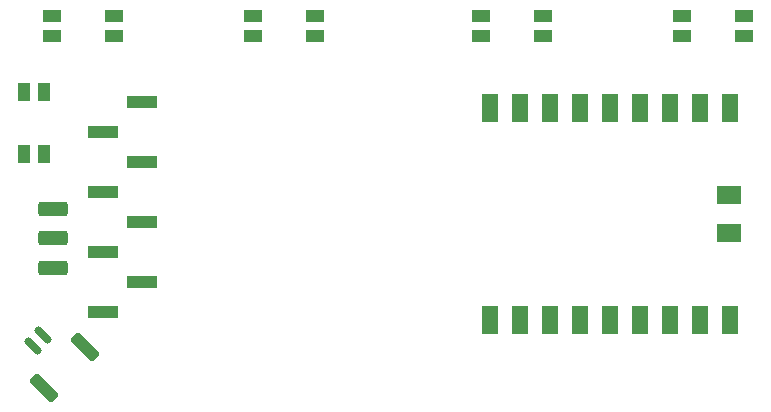
<source format=gbr>
%TF.GenerationSoftware,KiCad,Pcbnew,9.0.0*%
%TF.CreationDate,2025-09-03T15:15:46-07:00*%
%TF.ProjectId,grippy,67726970-7079-42e6-9b69-6361645f7063,rev?*%
%TF.SameCoordinates,Original*%
%TF.FileFunction,Paste,Top*%
%TF.FilePolarity,Positive*%
%FSLAX46Y46*%
G04 Gerber Fmt 4.6, Leading zero omitted, Abs format (unit mm)*
G04 Created by KiCad (PCBNEW 9.0.0) date 2025-09-03 15:15:46*
%MOMM*%
%LPD*%
G01*
G04 APERTURE LIST*
G04 Aperture macros list*
%AMRoundRect*
0 Rectangle with rounded corners*
0 $1 Rounding radius*
0 $2 $3 $4 $5 $6 $7 $8 $9 X,Y pos of 4 corners*
0 Add a 4 corners polygon primitive as box body*
4,1,4,$2,$3,$4,$5,$6,$7,$8,$9,$2,$3,0*
0 Add four circle primitives for the rounded corners*
1,1,$1+$1,$2,$3*
1,1,$1+$1,$4,$5*
1,1,$1+$1,$6,$7*
1,1,$1+$1,$8,$9*
0 Add four rect primitives between the rounded corners*
20,1,$1+$1,$2,$3,$4,$5,0*
20,1,$1+$1,$4,$5,$6,$7,0*
20,1,$1+$1,$6,$7,$8,$9,0*
20,1,$1+$1,$8,$9,$2,$3,0*%
G04 Aperture macros list end*
%ADD10R,1.400000X2.400000*%
%ADD11R,2.000000X1.600000*%
%ADD12RoundRect,0.150000X0.388909X-0.601041X0.601041X-0.388909X-0.388909X0.601041X-0.601041X0.388909X0*%
%ADD13RoundRect,0.250000X0.601041X-0.954594X0.954594X-0.601041X-0.601041X0.954594X-0.954594X0.601041X0*%
%ADD14R,1.550000X1.000000*%
%ADD15RoundRect,0.240000X-1.010000X0.360000X-1.010000X-0.360000X1.010000X-0.360000X1.010000X0.360000X0*%
%ADD16R,2.510000X1.000000*%
%ADD17R,1.000000X1.550000*%
G04 APERTURE END LIST*
D10*
%TO.C,U1*%
X229330000Y-95670000D03*
X234410000Y-95670000D03*
D11*
X234250000Y-88300000D03*
X234250000Y-85100000D03*
D10*
X231870000Y-95670000D03*
X229330000Y-77730000D03*
X226790000Y-77730000D03*
X224250000Y-77730000D03*
X221710000Y-77730000D03*
X219170000Y-77730000D03*
X216630000Y-77730000D03*
X214090000Y-77730000D03*
X214090000Y-95670000D03*
X216630000Y-95670000D03*
X219170000Y-95670000D03*
X221710000Y-95670000D03*
X224250000Y-95670000D03*
X226790000Y-95670000D03*
X231870000Y-77730000D03*
X234410000Y-77730000D03*
%TD*%
D12*
%TO.C,BAT1*%
X175345228Y-97883794D03*
X176229111Y-96999911D03*
D13*
X176299822Y-101454683D03*
X179800000Y-97954505D03*
%TD*%
D14*
%TO.C,SW3*%
X230275000Y-69950000D03*
X235525000Y-69950000D03*
X230275000Y-71650000D03*
X235525000Y-71650000D03*
%TD*%
%TO.C,SW0*%
X176975000Y-69950000D03*
X182225000Y-69950000D03*
X176975000Y-71650000D03*
X182225000Y-71650000D03*
%TD*%
D15*
%TO.C,SW5*%
X177050000Y-86300000D03*
X177050000Y-88800000D03*
X177050000Y-91300000D03*
%TD*%
D16*
%TO.C,J1*%
X181300000Y-95045000D03*
X184610000Y-92505000D03*
X181300000Y-89965000D03*
X184610000Y-87425000D03*
X181300000Y-84885000D03*
X184610000Y-82345000D03*
X181300000Y-79805000D03*
X184610000Y-77265000D03*
%TD*%
D14*
%TO.C,SW2*%
X213275000Y-69950000D03*
X218525000Y-69950000D03*
X213275000Y-71650000D03*
X218525000Y-71650000D03*
%TD*%
%TO.C,SW1*%
X194000000Y-69950000D03*
X199250000Y-69950000D03*
X194000000Y-71650000D03*
X199250000Y-71650000D03*
%TD*%
D17*
%TO.C,SW4*%
X174625000Y-81650000D03*
X174625000Y-76400000D03*
X176325000Y-81650000D03*
X176325000Y-76400000D03*
%TD*%
M02*

</source>
